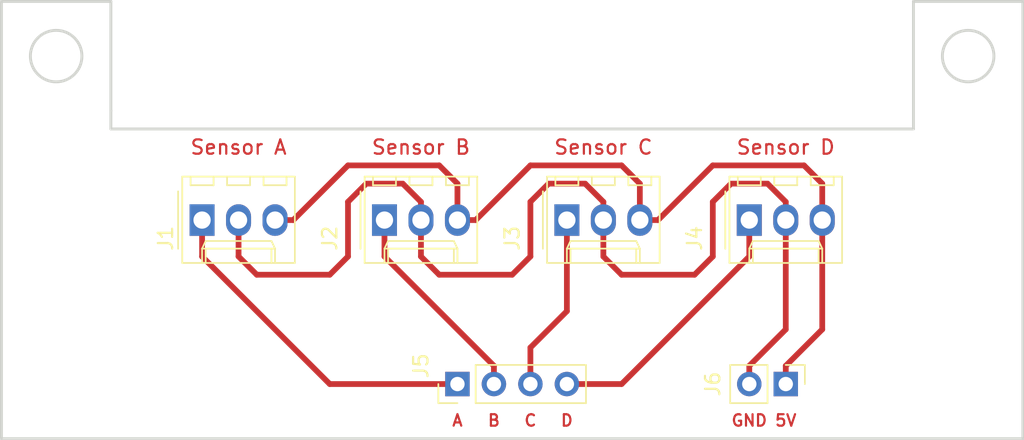
<source format=kicad_pcb>
(kicad_pcb (version 20171130) (host pcbnew "(5.0.0)")

  (general
    (thickness 1.6)
    (drawings 21)
    (tracks 61)
    (zones 0)
    (modules 6)
    (nets 7)
  )

  (page A4)
  (layers
    (0 F.Cu signal)
    (31 B.Cu signal hide)
    (32 B.Adhes user hide)
    (33 F.Adhes user hide)
    (34 B.Paste user hide)
    (35 F.Paste user hide)
    (36 B.SilkS user hide)
    (37 F.SilkS user hide)
    (38 B.Mask user hide)
    (39 F.Mask user hide)
    (40 Dwgs.User user hide)
    (41 Cmts.User user hide)
    (42 Eco1.User user hide)
    (43 Eco2.User user hide)
    (44 Edge.Cuts user)
    (45 Margin user hide)
    (46 B.CrtYd user hide)
    (47 F.CrtYd user hide)
    (48 B.Fab user hide)
    (49 F.Fab user hide)
  )

  (setup
    (last_trace_width 0.25)
    (user_trace_width 0.4)
    (trace_clearance 0.2)
    (zone_clearance 0.508)
    (zone_45_only no)
    (trace_min 0.2)
    (segment_width 0.2)
    (edge_width 0.2)
    (via_size 0.8)
    (via_drill 0.4)
    (via_min_size 0.4)
    (via_min_drill 0.3)
    (uvia_size 0.3)
    (uvia_drill 0.1)
    (uvias_allowed no)
    (uvia_min_size 0.2)
    (uvia_min_drill 0.1)
    (pcb_text_width 0.3)
    (pcb_text_size 1.5 1.5)
    (mod_edge_width 0.15)
    (mod_text_size 1 1)
    (mod_text_width 0.15)
    (pad_size 1.524 1.524)
    (pad_drill 0.762)
    (pad_to_mask_clearance 0.2)
    (aux_axis_origin 0 0)
    (visible_elements 7FFFFFFF)
    (pcbplotparams
      (layerselection 0x01000_7fffffff)
      (usegerberextensions false)
      (usegerberattributes false)
      (usegerberadvancedattributes false)
      (creategerberjobfile false)
      (excludeedgelayer true)
      (linewidth 0.100000)
      (plotframeref false)
      (viasonmask false)
      (mode 1)
      (useauxorigin false)
      (hpglpennumber 1)
      (hpglpenspeed 20)
      (hpglpendiameter 15.000000)
      (psnegative false)
      (psa4output false)
      (plotreference true)
      (plotvalue true)
      (plotinvisibletext false)
      (padsonsilk false)
      (subtractmaskfromsilk false)
      (outputformat 1)
      (mirror false)
      (drillshape 0)
      (scaleselection 1)
      (outputdirectory ""))
  )

  (net 0 "")
  (net 1 +5V)
  (net 2 GND)
  (net 3 "Net-(J1-Pad1)")
  (net 4 "Net-(J2-Pad1)")
  (net 5 "Net-(J3-Pad1)")
  (net 6 "Net-(J4-Pad1)")

  (net_class Default "Esta es la clase de red por defecto."
    (clearance 0.2)
    (trace_width 0.25)
    (via_dia 0.8)
    (via_drill 0.4)
    (uvia_dia 0.3)
    (uvia_drill 0.1)
    (add_net +5V)
    (add_net GND)
    (add_net "Net-(J1-Pad1)")
    (add_net "Net-(J2-Pad1)")
    (add_net "Net-(J3-Pad1)")
    (add_net "Net-(J4-Pad1)")
  )

  (module Connector_Molex:Molex_KK-254_AE-6410-03A_1x03_P2.54mm_Vertical (layer F.Cu) (tedit 5A15A247) (tstamp 5C6ED5A0)
    (at 180.34 66.04)
    (descr "Molex KK-254 Interconnect System, old/engineering part number: AE-6410-03A example for new part number: 22-27-2031, 3 Pins (http://www.molex.com/pdm_docs/sd/022272021_sd.pdf), generated with kicad-footprint-generator")
    (tags "connector Molex KK-254 side entry")
    (path /5C6351D8)
    (fp_text reference J4 (at -3.81 1.27 90) (layer F.SilkS)
      (effects (font (size 1 1) (thickness 0.15)))
    )
    (fp_text value "Sensor D" (at 2.54 5.08) (layer F.Fab)
      (effects (font (size 1 1) (thickness 0.15)))
    )
    (fp_text user %R (at 2.54 -2.22) (layer F.Fab)
      (effects (font (size 1 1) (thickness 0.15)))
    )
    (fp_line (start 6.85 -3.42) (end -1.77 -3.42) (layer F.CrtYd) (width 0.05))
    (fp_line (start 6.85 3.38) (end 6.85 -3.42) (layer F.CrtYd) (width 0.05))
    (fp_line (start -1.77 3.38) (end 6.85 3.38) (layer F.CrtYd) (width 0.05))
    (fp_line (start -1.77 -3.42) (end -1.77 3.38) (layer F.CrtYd) (width 0.05))
    (fp_line (start 5.88 -2.43) (end 5.88 -3.03) (layer F.SilkS) (width 0.12))
    (fp_line (start 4.28 -2.43) (end 5.88 -2.43) (layer F.SilkS) (width 0.12))
    (fp_line (start 4.28 -3.03) (end 4.28 -2.43) (layer F.SilkS) (width 0.12))
    (fp_line (start 3.34 -2.43) (end 3.34 -3.03) (layer F.SilkS) (width 0.12))
    (fp_line (start 1.74 -2.43) (end 3.34 -2.43) (layer F.SilkS) (width 0.12))
    (fp_line (start 1.74 -3.03) (end 1.74 -2.43) (layer F.SilkS) (width 0.12))
    (fp_line (start 0.8 -2.43) (end 0.8 -3.03) (layer F.SilkS) (width 0.12))
    (fp_line (start -0.8 -2.43) (end 0.8 -2.43) (layer F.SilkS) (width 0.12))
    (fp_line (start -0.8 -3.03) (end -0.8 -2.43) (layer F.SilkS) (width 0.12))
    (fp_line (start 4.83 2.99) (end 4.83 1.99) (layer F.SilkS) (width 0.12))
    (fp_line (start 0.25 2.99) (end 0.25 1.99) (layer F.SilkS) (width 0.12))
    (fp_line (start 4.83 1.46) (end 5.08 1.99) (layer F.SilkS) (width 0.12))
    (fp_line (start 0.25 1.46) (end 4.83 1.46) (layer F.SilkS) (width 0.12))
    (fp_line (start 0 1.99) (end 0.25 1.46) (layer F.SilkS) (width 0.12))
    (fp_line (start 5.08 1.99) (end 5.08 2.99) (layer F.SilkS) (width 0.12))
    (fp_line (start 0 1.99) (end 5.08 1.99) (layer F.SilkS) (width 0.12))
    (fp_line (start 0 2.99) (end 0 1.99) (layer F.SilkS) (width 0.12))
    (fp_line (start -0.562893 0) (end -1.27 0.5) (layer F.Fab) (width 0.1))
    (fp_line (start -1.27 -0.5) (end -0.562893 0) (layer F.Fab) (width 0.1))
    (fp_line (start -1.67 -2) (end -1.67 2) (layer F.SilkS) (width 0.12))
    (fp_line (start 6.46 -3.03) (end -1.38 -3.03) (layer F.SilkS) (width 0.12))
    (fp_line (start 6.46 2.99) (end 6.46 -3.03) (layer F.SilkS) (width 0.12))
    (fp_line (start -1.38 2.99) (end 6.46 2.99) (layer F.SilkS) (width 0.12))
    (fp_line (start -1.38 -3.03) (end -1.38 2.99) (layer F.SilkS) (width 0.12))
    (fp_line (start 6.35 -2.92) (end -1.27 -2.92) (layer F.Fab) (width 0.1))
    (fp_line (start 6.35 2.88) (end 6.35 -2.92) (layer F.Fab) (width 0.1))
    (fp_line (start -1.27 2.88) (end 6.35 2.88) (layer F.Fab) (width 0.1))
    (fp_line (start -1.27 -2.92) (end -1.27 2.88) (layer F.Fab) (width 0.1))
    (pad 3 thru_hole oval (at 5.08 0) (size 1.74 2.2) (drill 1.2) (layers *.Cu *.Mask)
      (net 1 +5V))
    (pad 2 thru_hole oval (at 2.54 0) (size 1.74 2.2) (drill 1.2) (layers *.Cu *.Mask)
      (net 2 GND))
    (pad 1 thru_hole rect (at 0 0) (size 1.74 2.2) (drill 1.2) (layers *.Cu *.Mask)
      (net 6 "Net-(J4-Pad1)"))
    (model ${KISYS3DMOD}/Connector_Molex.3dshapes/Molex_KK-254_AE-6410-03A_1x03_P2.54mm_Vertical.wrl
      (at (xyz 0 0 0))
      (scale (xyz 1 1 1))
      (rotate (xyz 0 0 0))
    )
  )

  (module Connector_PinHeader_2.54mm:PinHeader_1x02_P2.54mm_Vertical (layer F.Cu) (tedit 59FED5CC) (tstamp 5C6F9E80)
    (at 182.88 77.47 270)
    (descr "Through hole straight pin header, 1x02, 2.54mm pitch, single row")
    (tags "Through hole pin header THT 1x02 2.54mm single row")
    (path /5C635890)
    (fp_text reference J6 (at 0 5.08 270) (layer F.SilkS)
      (effects (font (size 1 1) (thickness 0.15)))
    )
    (fp_text value Power (at -2.54 1.27) (layer F.Fab)
      (effects (font (size 1 1) (thickness 0.15)))
    )
    (fp_text user %R (at 0 1.27) (layer F.Fab)
      (effects (font (size 1 1) (thickness 0.15)))
    )
    (fp_line (start 1.8 -1.8) (end -1.8 -1.8) (layer F.CrtYd) (width 0.05))
    (fp_line (start 1.8 4.35) (end 1.8 -1.8) (layer F.CrtYd) (width 0.05))
    (fp_line (start -1.8 4.35) (end 1.8 4.35) (layer F.CrtYd) (width 0.05))
    (fp_line (start -1.8 -1.8) (end -1.8 4.35) (layer F.CrtYd) (width 0.05))
    (fp_line (start -1.33 -1.33) (end 0 -1.33) (layer F.SilkS) (width 0.12))
    (fp_line (start -1.33 0) (end -1.33 -1.33) (layer F.SilkS) (width 0.12))
    (fp_line (start -1.33 1.27) (end 1.33 1.27) (layer F.SilkS) (width 0.12))
    (fp_line (start 1.33 1.27) (end 1.33 3.87) (layer F.SilkS) (width 0.12))
    (fp_line (start -1.33 1.27) (end -1.33 3.87) (layer F.SilkS) (width 0.12))
    (fp_line (start -1.33 3.87) (end 1.33 3.87) (layer F.SilkS) (width 0.12))
    (fp_line (start -1.27 -0.635) (end -0.635 -1.27) (layer F.Fab) (width 0.1))
    (fp_line (start -1.27 3.81) (end -1.27 -0.635) (layer F.Fab) (width 0.1))
    (fp_line (start 1.27 3.81) (end -1.27 3.81) (layer F.Fab) (width 0.1))
    (fp_line (start 1.27 -1.27) (end 1.27 3.81) (layer F.Fab) (width 0.1))
    (fp_line (start -0.635 -1.27) (end 1.27 -1.27) (layer F.Fab) (width 0.1))
    (pad 2 thru_hole oval (at 0 2.54 270) (size 1.7 1.7) (drill 1) (layers *.Cu *.Mask)
      (net 2 GND))
    (pad 1 thru_hole rect (at 0 0 270) (size 1.7 1.7) (drill 1) (layers *.Cu *.Mask)
      (net 1 +5V))
    (model ${KISYS3DMOD}/Connector_PinHeader_2.54mm.3dshapes/PinHeader_1x02_P2.54mm_Vertical.wrl
      (at (xyz 0 0 0))
      (scale (xyz 1 1 1))
      (rotate (xyz 0 0 0))
    )
  )

  (module Connector_PinHeader_2.54mm:PinHeader_1x04_P2.54mm_Vertical (layer F.Cu) (tedit 59FED5CC) (tstamp 5C6ED5BF)
    (at 160.02 77.47 90)
    (descr "Through hole straight pin header, 1x04, 2.54mm pitch, single row")
    (tags "Through hole pin header THT 1x04 2.54mm single row")
    (path /5C6357EA)
    (fp_text reference J5 (at 1.27 -2.54 90) (layer F.SilkS)
      (effects (font (size 1 1) (thickness 0.15)))
    )
    (fp_text value Sensores (at 2.54 3.81 180) (layer F.Fab)
      (effects (font (size 1 1) (thickness 0.15)))
    )
    (fp_text user %R (at 0 5.08 180) (layer F.Fab)
      (effects (font (size 1 1) (thickness 0.15)))
    )
    (fp_line (start 1.8 -1.8) (end -1.8 -1.8) (layer F.CrtYd) (width 0.05))
    (fp_line (start 1.8 9.4) (end 1.8 -1.8) (layer F.CrtYd) (width 0.05))
    (fp_line (start -1.8 9.4) (end 1.8 9.4) (layer F.CrtYd) (width 0.05))
    (fp_line (start -1.8 -1.8) (end -1.8 9.4) (layer F.CrtYd) (width 0.05))
    (fp_line (start -1.33 -1.33) (end 0 -1.33) (layer F.SilkS) (width 0.12))
    (fp_line (start -1.33 0) (end -1.33 -1.33) (layer F.SilkS) (width 0.12))
    (fp_line (start -1.33 1.27) (end 1.33 1.27) (layer F.SilkS) (width 0.12))
    (fp_line (start 1.33 1.27) (end 1.33 8.95) (layer F.SilkS) (width 0.12))
    (fp_line (start -1.33 1.27) (end -1.33 8.95) (layer F.SilkS) (width 0.12))
    (fp_line (start -1.33 8.95) (end 1.33 8.95) (layer F.SilkS) (width 0.12))
    (fp_line (start -1.27 -0.635) (end -0.635 -1.27) (layer F.Fab) (width 0.1))
    (fp_line (start -1.27 8.89) (end -1.27 -0.635) (layer F.Fab) (width 0.1))
    (fp_line (start 1.27 8.89) (end -1.27 8.89) (layer F.Fab) (width 0.1))
    (fp_line (start 1.27 -1.27) (end 1.27 8.89) (layer F.Fab) (width 0.1))
    (fp_line (start -0.635 -1.27) (end 1.27 -1.27) (layer F.Fab) (width 0.1))
    (pad 4 thru_hole oval (at 0 7.62 90) (size 1.7 1.7) (drill 1) (layers *.Cu *.Mask)
      (net 6 "Net-(J4-Pad1)"))
    (pad 3 thru_hole oval (at 0 5.08 90) (size 1.7 1.7) (drill 1) (layers *.Cu *.Mask)
      (net 5 "Net-(J3-Pad1)"))
    (pad 2 thru_hole oval (at 0 2.54 90) (size 1.7 1.7) (drill 1) (layers *.Cu *.Mask)
      (net 4 "Net-(J2-Pad1)"))
    (pad 1 thru_hole rect (at 0 0 90) (size 1.7 1.7) (drill 1) (layers *.Cu *.Mask)
      (net 3 "Net-(J1-Pad1)"))
    (model ${KISYS3DMOD}/Connector_PinHeader_2.54mm.3dshapes/PinHeader_1x04_P2.54mm_Vertical.wrl
      (at (xyz 0 0 0))
      (scale (xyz 1 1 1))
      (rotate (xyz 0 0 0))
    )
  )

  (module Connector_Molex:Molex_KK-254_AE-6410-03A_1x03_P2.54mm_Vertical (layer F.Cu) (tedit 5A15A247) (tstamp 5C63D2EB)
    (at 142.24 66.04)
    (descr "Molex KK-254 Interconnect System, old/engineering part number: AE-6410-03A example for new part number: 22-27-2031, 3 Pins (http://www.molex.com/pdm_docs/sd/022272021_sd.pdf), generated with kicad-footprint-generator")
    (tags "connector Molex KK-254 side entry")
    (path /5C6352F4)
    (fp_text reference J1 (at -2.54 1.27 90) (layer F.SilkS)
      (effects (font (size 1 1) (thickness 0.15)))
    )
    (fp_text value "Sensor A" (at 2.54 5.08) (layer F.Fab)
      (effects (font (size 1 1) (thickness 0.15)))
    )
    (fp_text user %R (at 2.54 -2.22) (layer F.Fab)
      (effects (font (size 1 1) (thickness 0.15)))
    )
    (fp_line (start 6.85 -3.42) (end -1.77 -3.42) (layer F.CrtYd) (width 0.05))
    (fp_line (start 6.85 3.38) (end 6.85 -3.42) (layer F.CrtYd) (width 0.05))
    (fp_line (start -1.77 3.38) (end 6.85 3.38) (layer F.CrtYd) (width 0.05))
    (fp_line (start -1.77 -3.42) (end -1.77 3.38) (layer F.CrtYd) (width 0.05))
    (fp_line (start 5.88 -2.43) (end 5.88 -3.03) (layer F.SilkS) (width 0.12))
    (fp_line (start 4.28 -2.43) (end 5.88 -2.43) (layer F.SilkS) (width 0.12))
    (fp_line (start 4.28 -3.03) (end 4.28 -2.43) (layer F.SilkS) (width 0.12))
    (fp_line (start 3.34 -2.43) (end 3.34 -3.03) (layer F.SilkS) (width 0.12))
    (fp_line (start 1.74 -2.43) (end 3.34 -2.43) (layer F.SilkS) (width 0.12))
    (fp_line (start 1.74 -3.03) (end 1.74 -2.43) (layer F.SilkS) (width 0.12))
    (fp_line (start 0.8 -2.43) (end 0.8 -3.03) (layer F.SilkS) (width 0.12))
    (fp_line (start -0.8 -2.43) (end 0.8 -2.43) (layer F.SilkS) (width 0.12))
    (fp_line (start -0.8 -3.03) (end -0.8 -2.43) (layer F.SilkS) (width 0.12))
    (fp_line (start 4.83 2.99) (end 4.83 1.99) (layer F.SilkS) (width 0.12))
    (fp_line (start 0.25 2.99) (end 0.25 1.99) (layer F.SilkS) (width 0.12))
    (fp_line (start 4.83 1.46) (end 5.08 1.99) (layer F.SilkS) (width 0.12))
    (fp_line (start 0.25 1.46) (end 4.83 1.46) (layer F.SilkS) (width 0.12))
    (fp_line (start 0 1.99) (end 0.25 1.46) (layer F.SilkS) (width 0.12))
    (fp_line (start 5.08 1.99) (end 5.08 2.99) (layer F.SilkS) (width 0.12))
    (fp_line (start 0 1.99) (end 5.08 1.99) (layer F.SilkS) (width 0.12))
    (fp_line (start 0 2.99) (end 0 1.99) (layer F.SilkS) (width 0.12))
    (fp_line (start -0.562893 0) (end -1.27 0.5) (layer F.Fab) (width 0.1))
    (fp_line (start -1.27 -0.5) (end -0.562893 0) (layer F.Fab) (width 0.1))
    (fp_line (start -1.67 -2) (end -1.67 2) (layer F.SilkS) (width 0.12))
    (fp_line (start 6.46 -3.03) (end -1.38 -3.03) (layer F.SilkS) (width 0.12))
    (fp_line (start 6.46 2.99) (end 6.46 -3.03) (layer F.SilkS) (width 0.12))
    (fp_line (start -1.38 2.99) (end 6.46 2.99) (layer F.SilkS) (width 0.12))
    (fp_line (start -1.38 -3.03) (end -1.38 2.99) (layer F.SilkS) (width 0.12))
    (fp_line (start 6.35 -2.92) (end -1.27 -2.92) (layer F.Fab) (width 0.1))
    (fp_line (start 6.35 2.88) (end 6.35 -2.92) (layer F.Fab) (width 0.1))
    (fp_line (start -1.27 2.88) (end 6.35 2.88) (layer F.Fab) (width 0.1))
    (fp_line (start -1.27 -2.92) (end -1.27 2.88) (layer F.Fab) (width 0.1))
    (pad 3 thru_hole oval (at 5.08 0) (size 1.74 2.2) (drill 1.2) (layers *.Cu *.Mask)
      (net 1 +5V))
    (pad 2 thru_hole oval (at 2.54 0) (size 1.74 2.2) (drill 1.2) (layers *.Cu *.Mask)
      (net 2 GND))
    (pad 1 thru_hole rect (at 0 0) (size 1.74 2.2) (drill 1.2) (layers *.Cu *.Mask)
      (net 3 "Net-(J1-Pad1)"))
    (model ${KISYS3DMOD}/Connector_Molex.3dshapes/Molex_KK-254_AE-6410-03A_1x03_P2.54mm_Vertical.wrl
      (at (xyz 0 0 0))
      (scale (xyz 1 1 1))
      (rotate (xyz 0 0 0))
    )
  )

  (module Connector_Molex:Molex_KK-254_AE-6410-03A_1x03_P2.54mm_Vertical (layer F.Cu) (tedit 5A15A247) (tstamp 5C6FA0DA)
    (at 154.94 66.04)
    (descr "Molex KK-254 Interconnect System, old/engineering part number: AE-6410-03A example for new part number: 22-27-2031, 3 Pins (http://www.molex.com/pdm_docs/sd/022272021_sd.pdf), generated with kicad-footprint-generator")
    (tags "connector Molex KK-254 side entry")
    (path /5C6352A8)
    (fp_text reference J2 (at -3.81 1.27 90) (layer F.SilkS)
      (effects (font (size 1 1) (thickness 0.15)))
    )
    (fp_text value "Sensor B" (at 2.54 5.08) (layer F.Fab)
      (effects (font (size 1 1) (thickness 0.15)))
    )
    (fp_line (start -1.27 -2.92) (end -1.27 2.88) (layer F.Fab) (width 0.1))
    (fp_line (start -1.27 2.88) (end 6.35 2.88) (layer F.Fab) (width 0.1))
    (fp_line (start 6.35 2.88) (end 6.35 -2.92) (layer F.Fab) (width 0.1))
    (fp_line (start 6.35 -2.92) (end -1.27 -2.92) (layer F.Fab) (width 0.1))
    (fp_line (start -1.38 -3.03) (end -1.38 2.99) (layer F.SilkS) (width 0.12))
    (fp_line (start -1.38 2.99) (end 6.46 2.99) (layer F.SilkS) (width 0.12))
    (fp_line (start 6.46 2.99) (end 6.46 -3.03) (layer F.SilkS) (width 0.12))
    (fp_line (start 6.46 -3.03) (end -1.38 -3.03) (layer F.SilkS) (width 0.12))
    (fp_line (start -1.67 -2) (end -1.67 2) (layer F.SilkS) (width 0.12))
    (fp_line (start -1.27 -0.5) (end -0.562893 0) (layer F.Fab) (width 0.1))
    (fp_line (start -0.562893 0) (end -1.27 0.5) (layer F.Fab) (width 0.1))
    (fp_line (start 0 2.99) (end 0 1.99) (layer F.SilkS) (width 0.12))
    (fp_line (start 0 1.99) (end 5.08 1.99) (layer F.SilkS) (width 0.12))
    (fp_line (start 5.08 1.99) (end 5.08 2.99) (layer F.SilkS) (width 0.12))
    (fp_line (start 0 1.99) (end 0.25 1.46) (layer F.SilkS) (width 0.12))
    (fp_line (start 0.25 1.46) (end 4.83 1.46) (layer F.SilkS) (width 0.12))
    (fp_line (start 4.83 1.46) (end 5.08 1.99) (layer F.SilkS) (width 0.12))
    (fp_line (start 0.25 2.99) (end 0.25 1.99) (layer F.SilkS) (width 0.12))
    (fp_line (start 4.83 2.99) (end 4.83 1.99) (layer F.SilkS) (width 0.12))
    (fp_line (start -0.8 -3.03) (end -0.8 -2.43) (layer F.SilkS) (width 0.12))
    (fp_line (start -0.8 -2.43) (end 0.8 -2.43) (layer F.SilkS) (width 0.12))
    (fp_line (start 0.8 -2.43) (end 0.8 -3.03) (layer F.SilkS) (width 0.12))
    (fp_line (start 1.74 -3.03) (end 1.74 -2.43) (layer F.SilkS) (width 0.12))
    (fp_line (start 1.74 -2.43) (end 3.34 -2.43) (layer F.SilkS) (width 0.12))
    (fp_line (start 3.34 -2.43) (end 3.34 -3.03) (layer F.SilkS) (width 0.12))
    (fp_line (start 4.28 -3.03) (end 4.28 -2.43) (layer F.SilkS) (width 0.12))
    (fp_line (start 4.28 -2.43) (end 5.88 -2.43) (layer F.SilkS) (width 0.12))
    (fp_line (start 5.88 -2.43) (end 5.88 -3.03) (layer F.SilkS) (width 0.12))
    (fp_line (start -1.77 -3.42) (end -1.77 3.38) (layer F.CrtYd) (width 0.05))
    (fp_line (start -1.77 3.38) (end 6.85 3.38) (layer F.CrtYd) (width 0.05))
    (fp_line (start 6.85 3.38) (end 6.85 -3.42) (layer F.CrtYd) (width 0.05))
    (fp_line (start 6.85 -3.42) (end -1.77 -3.42) (layer F.CrtYd) (width 0.05))
    (fp_text user %R (at 2.54 -2.22) (layer F.Fab)
      (effects (font (size 1 1) (thickness 0.15)))
    )
    (pad 1 thru_hole rect (at 0 0) (size 1.74 2.2) (drill 1.2) (layers *.Cu *.Mask)
      (net 4 "Net-(J2-Pad1)"))
    (pad 2 thru_hole oval (at 2.54 0) (size 1.74 2.2) (drill 1.2) (layers *.Cu *.Mask)
      (net 2 GND))
    (pad 3 thru_hole oval (at 5.08 0) (size 1.74 2.2) (drill 1.2) (layers *.Cu *.Mask)
      (net 1 +5V))
    (model ${KISYS3DMOD}/Connector_Molex.3dshapes/Molex_KK-254_AE-6410-03A_1x03_P2.54mm_Vertical.wrl
      (at (xyz 0 0 0))
      (scale (xyz 1 1 1))
      (rotate (xyz 0 0 0))
    )
  )

  (module Connector_Molex:Molex_KK-254_AE-6410-03A_1x03_P2.54mm_Vertical (layer F.Cu) (tedit 5A15A247) (tstamp 5C6ED578)
    (at 167.64 66.04)
    (descr "Molex KK-254 Interconnect System, old/engineering part number: AE-6410-03A example for new part number: 22-27-2031, 3 Pins (http://www.molex.com/pdm_docs/sd/022272021_sd.pdf), generated with kicad-footprint-generator")
    (tags "connector Molex KK-254 side entry")
    (path /5C63518E)
    (fp_text reference J3 (at -3.81 1.27 90) (layer F.SilkS)
      (effects (font (size 1 1) (thickness 0.15)))
    )
    (fp_text value "Sensor C" (at 2.54 5.08) (layer F.Fab)
      (effects (font (size 1 1) (thickness 0.15)))
    )
    (fp_line (start -1.27 -2.92) (end -1.27 2.88) (layer F.Fab) (width 0.1))
    (fp_line (start -1.27 2.88) (end 6.35 2.88) (layer F.Fab) (width 0.1))
    (fp_line (start 6.35 2.88) (end 6.35 -2.92) (layer F.Fab) (width 0.1))
    (fp_line (start 6.35 -2.92) (end -1.27 -2.92) (layer F.Fab) (width 0.1))
    (fp_line (start -1.38 -3.03) (end -1.38 2.99) (layer F.SilkS) (width 0.12))
    (fp_line (start -1.38 2.99) (end 6.46 2.99) (layer F.SilkS) (width 0.12))
    (fp_line (start 6.46 2.99) (end 6.46 -3.03) (layer F.SilkS) (width 0.12))
    (fp_line (start 6.46 -3.03) (end -1.38 -3.03) (layer F.SilkS) (width 0.12))
    (fp_line (start -1.67 -2) (end -1.67 2) (layer F.SilkS) (width 0.12))
    (fp_line (start -1.27 -0.5) (end -0.562893 0) (layer F.Fab) (width 0.1))
    (fp_line (start -0.562893 0) (end -1.27 0.5) (layer F.Fab) (width 0.1))
    (fp_line (start 0 2.99) (end 0 1.99) (layer F.SilkS) (width 0.12))
    (fp_line (start 0 1.99) (end 5.08 1.99) (layer F.SilkS) (width 0.12))
    (fp_line (start 5.08 1.99) (end 5.08 2.99) (layer F.SilkS) (width 0.12))
    (fp_line (start 0 1.99) (end 0.25 1.46) (layer F.SilkS) (width 0.12))
    (fp_line (start 0.25 1.46) (end 4.83 1.46) (layer F.SilkS) (width 0.12))
    (fp_line (start 4.83 1.46) (end 5.08 1.99) (layer F.SilkS) (width 0.12))
    (fp_line (start 0.25 2.99) (end 0.25 1.99) (layer F.SilkS) (width 0.12))
    (fp_line (start 4.83 2.99) (end 4.83 1.99) (layer F.SilkS) (width 0.12))
    (fp_line (start -0.8 -3.03) (end -0.8 -2.43) (layer F.SilkS) (width 0.12))
    (fp_line (start -0.8 -2.43) (end 0.8 -2.43) (layer F.SilkS) (width 0.12))
    (fp_line (start 0.8 -2.43) (end 0.8 -3.03) (layer F.SilkS) (width 0.12))
    (fp_line (start 1.74 -3.03) (end 1.74 -2.43) (layer F.SilkS) (width 0.12))
    (fp_line (start 1.74 -2.43) (end 3.34 -2.43) (layer F.SilkS) (width 0.12))
    (fp_line (start 3.34 -2.43) (end 3.34 -3.03) (layer F.SilkS) (width 0.12))
    (fp_line (start 4.28 -3.03) (end 4.28 -2.43) (layer F.SilkS) (width 0.12))
    (fp_line (start 4.28 -2.43) (end 5.88 -2.43) (layer F.SilkS) (width 0.12))
    (fp_line (start 5.88 -2.43) (end 5.88 -3.03) (layer F.SilkS) (width 0.12))
    (fp_line (start -1.77 -3.42) (end -1.77 3.38) (layer F.CrtYd) (width 0.05))
    (fp_line (start -1.77 3.38) (end 6.85 3.38) (layer F.CrtYd) (width 0.05))
    (fp_line (start 6.85 3.38) (end 6.85 -3.42) (layer F.CrtYd) (width 0.05))
    (fp_line (start 6.85 -3.42) (end -1.77 -3.42) (layer F.CrtYd) (width 0.05))
    (fp_text user %R (at 2.54 -2.22) (layer F.Fab)
      (effects (font (size 1 1) (thickness 0.15)))
    )
    (pad 1 thru_hole rect (at 0 0) (size 1.74 2.2) (drill 1.2) (layers *.Cu *.Mask)
      (net 5 "Net-(J3-Pad1)"))
    (pad 2 thru_hole oval (at 2.54 0) (size 1.74 2.2) (drill 1.2) (layers *.Cu *.Mask)
      (net 2 GND))
    (pad 3 thru_hole oval (at 5.08 0) (size 1.74 2.2) (drill 1.2) (layers *.Cu *.Mask)
      (net 1 +5V))
    (model ${KISYS3DMOD}/Connector_Molex.3dshapes/Molex_KK-254_AE-6410-03A_1x03_P2.54mm_Vertical.wrl
      (at (xyz 0 0 0))
      (scale (xyz 1 1 1))
      (rotate (xyz 0 0 0))
    )
  )

  (gr_circle (center 132.08 54.61) (end 133.35 55.88) (layer Edge.Cuts) (width 0.2))
  (gr_circle (center 195.58 54.61) (end 196.85 53.34) (layer Edge.Cuts) (width 0.2))
  (gr_line (start 199.39 81.28) (end 128.27 81.28) (layer Edge.Cuts) (width 0.2))
  (gr_line (start 199.39 50.8) (end 199.39 81.28) (layer Edge.Cuts) (width 0.2))
  (gr_line (start 191.77 50.8) (end 199.39 50.8) (layer Edge.Cuts) (width 0.2))
  (gr_line (start 191.77 59.69) (end 191.77 50.8) (layer Edge.Cuts) (width 0.2))
  (gr_line (start 135.89 59.69) (end 191.77 59.69) (layer Edge.Cuts) (width 0.2))
  (gr_text 5V (at 182.88 80.01) (layer F.Cu) (tstamp 5C63D443)
    (effects (font (size 0.8 0.8) (thickness 0.15)))
  )
  (gr_text GND (at 180.34 80.01) (layer F.Cu) (tstamp 5C63D441)
    (effects (font (size 0.8 0.8) (thickness 0.15)))
  )
  (gr_line (start 135.89 58.42) (end 135.89 59.69) (layer Edge.Cuts) (width 0.2))
  (gr_line (start 135.89 50.8) (end 135.89 58.42) (layer Edge.Cuts) (width 0.2))
  (gr_line (start 128.27 50.8) (end 135.89 50.8) (layer Edge.Cuts) (width 0.2))
  (gr_line (start 128.27 81.28) (end 128.27 50.8) (layer Edge.Cuts) (width 0.2))
  (gr_text "Sensor D" (at 182.88 60.96) (layer F.Cu) (tstamp 5C6FBCF9)
    (effects (font (size 1 1) (thickness 0.15)))
  )
  (gr_text "Sensor C" (at 170.18 60.96) (layer F.Cu) (tstamp 5C6FBCF4)
    (effects (font (size 1 1) (thickness 0.15)))
  )
  (gr_text "Sensor B" (at 157.48 60.96) (layer F.Cu) (tstamp 5C6FBCED)
    (effects (font (size 1 1) (thickness 0.15)))
  )
  (gr_text "Sensor A" (at 144.78 60.96) (layer F.Cu)
    (effects (font (size 1 1) (thickness 0.15)))
  )
  (gr_text D (at 167.64 80.01) (layer F.Cu) (tstamp 5C6FA399)
    (effects (font (size 0.8 0.8) (thickness 0.15)))
  )
  (gr_text C (at 165.1 80.01) (layer F.Cu) (tstamp 5C6FA257)
    (effects (font (size 0.8 0.8) (thickness 0.15)))
  )
  (gr_text B (at 162.56 80.01) (layer F.Cu) (tstamp 5C6FA255)
    (effects (font (size 0.8 0.8) (thickness 0.15)))
  )
  (gr_text A (at 160.02 80.01) (layer F.Cu)
    (effects (font (size 0.8 0.8) (thickness 0.15)))
  )

  (segment (start 172.72 66.04) (end 172.72 66.27) (width 0.4) (layer F.Cu) (net 1))
  (segment (start 173.99 66.04) (end 172.72 66.04) (width 0.4) (layer F.Cu) (net 1))
  (segment (start 177.8 62.23) (end 173.99 66.04) (width 0.4) (layer F.Cu) (net 1))
  (segment (start 184.15 62.23) (end 177.8 62.23) (width 0.4) (layer F.Cu) (net 1))
  (segment (start 185.42 66.04) (end 185.42 63.5) (width 0.4) (layer F.Cu) (net 1))
  (segment (start 185.42 63.5) (end 184.15 62.23) (width 0.4) (layer F.Cu) (net 1))
  (segment (start 161.29 66.04) (end 160.02 66.04) (width 0.4) (layer F.Cu) (net 1))
  (segment (start 165.1 62.23) (end 161.29 66.04) (width 0.4) (layer F.Cu) (net 1))
  (segment (start 171.45 62.23) (end 165.1 62.23) (width 0.4) (layer F.Cu) (net 1))
  (segment (start 172.72 66.04) (end 172.72 63.5) (width 0.4) (layer F.Cu) (net 1))
  (segment (start 172.72 63.5) (end 171.45 62.23) (width 0.4) (layer F.Cu) (net 1))
  (segment (start 160.02 66.04) (end 160.02 63.5) (width 0.4) (layer F.Cu) (net 1))
  (segment (start 160.02 63.5) (end 158.75 62.23) (width 0.4) (layer F.Cu) (net 1))
  (segment (start 158.75 62.23) (end 152.4 62.23) (width 0.4) (layer F.Cu) (net 1))
  (segment (start 152.4 62.23) (end 148.59 66.04) (width 0.4) (layer F.Cu) (net 1))
  (segment (start 148.59 66.04) (end 147.32 66.04) (width 0.4) (layer F.Cu) (net 1))
  (segment (start 185.42 66.04) (end 185.42 73.66) (width 0.4) (layer F.Cu) (net 1))
  (segment (start 182.88 76.2) (end 182.88 77.47) (width 0.4) (layer F.Cu) (net 1))
  (segment (start 185.42 73.66) (end 182.88 76.2) (width 0.4) (layer F.Cu) (net 1))
  (segment (start 157.48 64.77) (end 157.48 66.04) (width 0.4) (layer F.Cu) (net 2))
  (segment (start 153.67 63.5) (end 156.21 63.5) (width 0.4) (layer F.Cu) (net 2))
  (segment (start 144.78 66.04) (end 144.78 68.58) (width 0.4) (layer F.Cu) (net 2))
  (segment (start 144.78 68.58) (end 146.05 69.85) (width 0.4) (layer F.Cu) (net 2))
  (segment (start 146.05 69.85) (end 151.13 69.85) (width 0.4) (layer F.Cu) (net 2))
  (segment (start 151.13 69.85) (end 152.4 68.58) (width 0.4) (layer F.Cu) (net 2))
  (segment (start 156.21 63.5) (end 157.48 64.77) (width 0.4) (layer F.Cu) (net 2))
  (segment (start 152.4 68.58) (end 152.4 64.77) (width 0.4) (layer F.Cu) (net 2))
  (segment (start 152.4 64.77) (end 153.67 63.5) (width 0.4) (layer F.Cu) (net 2))
  (segment (start 168.91 63.5) (end 170.18 64.77) (width 0.4) (layer F.Cu) (net 2))
  (segment (start 166.37 63.5) (end 168.91 63.5) (width 0.4) (layer F.Cu) (net 2))
  (segment (start 170.18 64.77) (end 170.18 66.04) (width 0.4) (layer F.Cu) (net 2))
  (segment (start 157.48 68.58) (end 158.75 69.85) (width 0.4) (layer F.Cu) (net 2))
  (segment (start 157.48 66.04) (end 157.48 68.58) (width 0.4) (layer F.Cu) (net 2))
  (segment (start 158.75 69.85) (end 163.83 69.85) (width 0.4) (layer F.Cu) (net 2))
  (segment (start 163.83 69.85) (end 165.1 68.58) (width 0.4) (layer F.Cu) (net 2))
  (segment (start 165.1 68.58) (end 165.1 64.77) (width 0.4) (layer F.Cu) (net 2))
  (segment (start 165.1 64.77) (end 166.37 63.5) (width 0.4) (layer F.Cu) (net 2))
  (segment (start 181.61 63.5) (end 182.88 64.77) (width 0.4) (layer F.Cu) (net 2))
  (segment (start 182.88 64.77) (end 182.88 66.04) (width 0.4) (layer F.Cu) (net 2))
  (segment (start 170.18 68.58) (end 171.45 69.85) (width 0.4) (layer F.Cu) (net 2))
  (segment (start 170.18 66.04) (end 170.18 68.58) (width 0.4) (layer F.Cu) (net 2))
  (segment (start 171.45 69.85) (end 176.53 69.85) (width 0.4) (layer F.Cu) (net 2))
  (segment (start 176.53 69.85) (end 177.8 68.58) (width 0.4) (layer F.Cu) (net 2))
  (segment (start 179.07 63.5) (end 181.61 63.5) (width 0.4) (layer F.Cu) (net 2))
  (segment (start 177.8 68.58) (end 177.8 64.77) (width 0.4) (layer F.Cu) (net 2))
  (segment (start 177.8 64.77) (end 179.07 63.5) (width 0.4) (layer F.Cu) (net 2))
  (segment (start 180.34 77.47) (end 180.34 76.2) (width 0.4) (layer F.Cu) (net 2))
  (segment (start 182.88 73.66) (end 182.88 66.04) (width 0.4) (layer F.Cu) (net 2))
  (segment (start 180.34 76.2) (end 182.88 73.66) (width 0.4) (layer F.Cu) (net 2))
  (segment (start 142.24 66.04) (end 142.24 68.58) (width 0.4) (layer F.Cu) (net 3))
  (segment (start 151.13 77.47) (end 160.02 77.47) (width 0.4) (layer F.Cu) (net 3))
  (segment (start 142.24 68.58) (end 151.13 77.47) (width 0.4) (layer F.Cu) (net 3))
  (segment (start 162.56 76.2) (end 162.56 77.47) (width 0.4) (layer F.Cu) (net 4))
  (segment (start 154.94 66.04) (end 154.94 68.58) (width 0.4) (layer F.Cu) (net 4))
  (segment (start 154.94 68.58) (end 162.56 76.2) (width 0.4) (layer F.Cu) (net 4))
  (segment (start 167.64 66.04) (end 167.64 72.39) (width 0.4) (layer F.Cu) (net 5))
  (segment (start 165.1 74.93) (end 165.1 77.47) (width 0.4) (layer F.Cu) (net 5))
  (segment (start 167.64 72.39) (end 165.1 74.93) (width 0.4) (layer F.Cu) (net 5))
  (segment (start 171.45 77.47) (end 167.64 77.47) (width 0.4) (layer F.Cu) (net 6))
  (segment (start 180.34 66.04) (end 180.34 68.58) (width 0.4) (layer F.Cu) (net 6))
  (segment (start 180.34 68.58) (end 171.45 77.47) (width 0.4) (layer F.Cu) (net 6))

)

</source>
